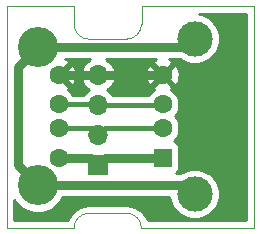
<source format=gbr>
G04 #@! TF.GenerationSoftware,KiCad,Pcbnew,(5.1.5)-3*
G04 #@! TF.CreationDate,2023-08-31T22:46:46+02:00*
G04 #@! TF.ProjectId,usb-trace-adapter,7573622d-7472-4616-9365-2d6164617074,A*
G04 #@! TF.SameCoordinates,PX57b03e0PY53d00e0*
G04 #@! TF.FileFunction,Copper,L1,Top*
G04 #@! TF.FilePolarity,Positive*
%FSLAX46Y46*%
G04 Gerber Fmt 4.6, Leading zero omitted, Abs format (unit mm)*
G04 Created by KiCad (PCBNEW (5.1.5)-3) date 2023-08-31 22:46:46*
%MOMM*%
%LPD*%
G04 APERTURE LIST*
%ADD10C,0.050000*%
%ADD11C,1.600000*%
%ADD12R,1.600000X1.600000*%
%ADD13C,3.000000*%
%ADD14O,1.700000X1.700000*%
%ADD15R,1.700000X1.700000*%
%ADD16C,3.400000*%
%ADD17C,0.762000*%
%ADD18C,0.406400*%
%ADD19C,0.254000*%
G04 APERTURE END LIST*
D10*
X11430000Y0D02*
X20955000Y0D01*
X6985000Y1270000D02*
X10160000Y1270000D01*
X10160000Y1270000D02*
G75*
G02X11430000Y0I0J-1270000D01*
G01*
X5715000Y0D02*
G75*
G02X6985000Y1270000I1270000J0D01*
G01*
X11430000Y18796000D02*
X20955000Y18796000D01*
X11430000Y17272000D02*
X11430000Y18796000D01*
X5715000Y17272000D02*
X5715000Y18796000D01*
X10160000Y16002000D02*
X6985000Y16002000D01*
X11430000Y17272000D02*
G75*
G02X10160000Y16002000I-1270000J0D01*
G01*
X6985000Y16002000D02*
G75*
G02X5715000Y17272000I0J1270000D01*
G01*
X0Y18796000D02*
X0Y0D01*
X5715000Y18796000D02*
X0Y18796000D01*
X20955000Y0D02*
X20955000Y18796000D01*
X0Y0D02*
X5715000Y0D01*
D11*
X13208000Y12969000D03*
X13208000Y10469000D03*
X13208000Y8469000D03*
D12*
X13208000Y5969000D03*
D13*
X15918000Y2899000D03*
X15918000Y16039000D03*
D14*
X7747000Y12969000D03*
X7747000Y10429000D03*
X7747000Y7889000D03*
D15*
X7747000Y5349000D03*
D16*
X2656000Y15319000D03*
X2656000Y3619000D03*
D11*
X4456000Y12969000D03*
X4456000Y10469000D03*
X4456000Y8469000D03*
X4456000Y5969000D03*
D17*
X15198000Y15319000D02*
X15918000Y16039000D01*
X2656000Y15319000D02*
X15198000Y15319000D01*
X15198000Y3619000D02*
X15918000Y2899000D01*
X2656000Y3619000D02*
X15198000Y3619000D01*
X956001Y5318999D02*
X2656000Y3619000D01*
X956001Y13619001D02*
X956001Y5318999D01*
X2656000Y15319000D02*
X956001Y13619001D01*
X4456000Y12969000D02*
X7747000Y12969000D01*
X7747000Y12969000D02*
X13208000Y12969000D01*
X7127000Y5969000D02*
X7747000Y5349000D01*
X4456000Y5969000D02*
X7127000Y5969000D01*
X8367000Y5969000D02*
X7747000Y5349000D01*
X13208000Y5969000D02*
X8367000Y5969000D01*
D18*
X7707000Y10469000D02*
X7747000Y10429000D01*
X4456000Y10469000D02*
X7707000Y10469000D01*
X13168000Y10429000D02*
X13208000Y10469000D01*
X7747000Y10429000D02*
X13168000Y10429000D01*
X7167000Y8469000D02*
X7747000Y7889000D01*
X4456000Y8469000D02*
X7167000Y8469000D01*
X8327000Y8469000D02*
X7747000Y7889000D01*
X13208000Y8469000D02*
X8327000Y8469000D01*
D19*
G36*
X20295000Y660000D02*
G01*
X11969704Y660000D01*
X11961249Y687314D01*
X11938074Y742445D01*
X11915661Y797920D01*
X11911334Y806056D01*
X11793446Y1024086D01*
X11760012Y1073654D01*
X11727240Y1123735D01*
X11721416Y1130876D01*
X11563423Y1321856D01*
X11520988Y1363995D01*
X11479125Y1406745D01*
X11472024Y1412619D01*
X11279946Y1569273D01*
X11230169Y1602345D01*
X11180763Y1636174D01*
X11172657Y1640556D01*
X10953809Y1756919D01*
X10898532Y1779702D01*
X10843525Y1803279D01*
X10834722Y1806003D01*
X10597441Y1877643D01*
X10538754Y1889264D01*
X10480248Y1901700D01*
X10471085Y1902663D01*
X10471083Y1902663D01*
X10224405Y1926850D01*
X10224402Y1926850D01*
X10192419Y1930000D01*
X6952581Y1930000D01*
X6924135Y1927198D01*
X6916318Y1927253D01*
X6907147Y1926354D01*
X6660644Y1900446D01*
X6602028Y1888414D01*
X6543284Y1877208D01*
X6534462Y1874544D01*
X6297686Y1801249D01*
X6242555Y1778074D01*
X6187080Y1755661D01*
X6178944Y1751334D01*
X5960914Y1633446D01*
X5911346Y1600012D01*
X5861265Y1567240D01*
X5854124Y1561416D01*
X5663144Y1403423D01*
X5621005Y1360988D01*
X5578255Y1319125D01*
X5572381Y1312024D01*
X5415727Y1119946D01*
X5382655Y1070169D01*
X5348826Y1020763D01*
X5344444Y1012657D01*
X5228081Y793809D01*
X5205298Y738532D01*
X5181721Y683525D01*
X5178997Y674722D01*
X5174552Y660000D01*
X660000Y660000D01*
X660000Y2403336D01*
X842287Y2130524D01*
X1167524Y1805287D01*
X1549963Y1549750D01*
X1974906Y1373733D01*
X2426023Y1284000D01*
X2885977Y1284000D01*
X3337094Y1373733D01*
X3762037Y1549750D01*
X4144476Y1805287D01*
X4469713Y2130524D01*
X4725250Y2512963D01*
X4762545Y2603000D01*
X13800051Y2603000D01*
X13865047Y2276244D01*
X14025988Y1887698D01*
X14259637Y1538017D01*
X14557017Y1240637D01*
X14906698Y1006988D01*
X15295244Y846047D01*
X15707721Y764000D01*
X16128279Y764000D01*
X16540756Y846047D01*
X16929302Y1006988D01*
X17278983Y1240637D01*
X17576363Y1538017D01*
X17810012Y1887698D01*
X17970953Y2276244D01*
X18053000Y2688721D01*
X18053000Y3109279D01*
X17970953Y3521756D01*
X17810012Y3910302D01*
X17576363Y4259983D01*
X17278983Y4557363D01*
X16929302Y4791012D01*
X16540756Y4951953D01*
X16128279Y5034000D01*
X15707721Y5034000D01*
X15295244Y4951953D01*
X14906698Y4791012D01*
X14673209Y4635000D01*
X14356015Y4635000D01*
X14362494Y4638463D01*
X14459185Y4717815D01*
X14538537Y4814506D01*
X14597502Y4924820D01*
X14633812Y5044518D01*
X14646072Y5169000D01*
X14646072Y6769000D01*
X14633812Y6893482D01*
X14597502Y7013180D01*
X14538537Y7123494D01*
X14459185Y7220185D01*
X14362494Y7299537D01*
X14252180Y7358502D01*
X14156057Y7387661D01*
X14322637Y7554241D01*
X14479680Y7789273D01*
X14587853Y8050426D01*
X14643000Y8327665D01*
X14643000Y8610335D01*
X14587853Y8887574D01*
X14479680Y9148727D01*
X14322637Y9383759D01*
X14237396Y9469000D01*
X14322637Y9554241D01*
X14479680Y9789273D01*
X14587853Y10050426D01*
X14643000Y10327665D01*
X14643000Y10610335D01*
X14587853Y10887574D01*
X14479680Y11148727D01*
X14322637Y11383759D01*
X14122759Y11583637D01*
X13922131Y11717692D01*
X13949514Y11732329D01*
X14021097Y11976298D01*
X13208000Y12789395D01*
X12394903Y11976298D01*
X12466486Y11732329D01*
X12495341Y11718676D01*
X12293241Y11583637D01*
X12093363Y11383759D01*
X12015481Y11267200D01*
X8972927Y11267200D01*
X8900475Y11375632D01*
X8693632Y11582475D01*
X8511466Y11704195D01*
X8628355Y11773822D01*
X8844588Y11968731D01*
X9018641Y12202080D01*
X9143825Y12464901D01*
X9188476Y12612110D01*
X9067155Y12842000D01*
X7874000Y12842000D01*
X7874000Y12822000D01*
X7620000Y12822000D01*
X7620000Y12842000D01*
X6426845Y12842000D01*
X6305524Y12612110D01*
X6350175Y12464901D01*
X6475359Y12202080D01*
X6649412Y11968731D01*
X6865645Y11773822D01*
X6982534Y11704195D01*
X6800368Y11582475D01*
X6593525Y11375632D01*
X6547800Y11307200D01*
X5621792Y11307200D01*
X5570637Y11383759D01*
X5370759Y11583637D01*
X5170131Y11717692D01*
X5197514Y11732329D01*
X5269097Y11976298D01*
X4456000Y12789395D01*
X4441858Y12775252D01*
X4262253Y12954857D01*
X4276395Y12969000D01*
X4635605Y12969000D01*
X5448702Y12155903D01*
X5692671Y12227486D01*
X5813571Y12482996D01*
X5882300Y12757184D01*
X5889265Y12898488D01*
X11767783Y12898488D01*
X11809213Y12618870D01*
X11904397Y12352708D01*
X11971329Y12227486D01*
X12215298Y12155903D01*
X13028395Y12969000D01*
X13387605Y12969000D01*
X14200702Y12155903D01*
X14444671Y12227486D01*
X14565571Y12482996D01*
X14634300Y12757184D01*
X14648217Y13039512D01*
X14606787Y13319130D01*
X14511603Y13585292D01*
X14444671Y13710514D01*
X14200702Y13782097D01*
X13387605Y12969000D01*
X13028395Y12969000D01*
X12215298Y13782097D01*
X11971329Y13710514D01*
X11850429Y13455004D01*
X11781700Y13180816D01*
X11767783Y12898488D01*
X5889265Y12898488D01*
X5896217Y13039512D01*
X5854787Y13319130D01*
X5759603Y13585292D01*
X5692671Y13710514D01*
X5448702Y13782097D01*
X4635605Y12969000D01*
X4276395Y12969000D01*
X4262253Y12983142D01*
X4441858Y13162747D01*
X4456000Y13148605D01*
X5269097Y13961702D01*
X5197514Y14205671D01*
X4991819Y14303000D01*
X7098697Y14303000D01*
X6865645Y14164178D01*
X6649412Y13969269D01*
X6475359Y13735920D01*
X6350175Y13473099D01*
X6305524Y13325890D01*
X6426845Y13096000D01*
X7620000Y13096000D01*
X7620000Y13116000D01*
X7874000Y13116000D01*
X7874000Y13096000D01*
X9067155Y13096000D01*
X9188476Y13325890D01*
X9143825Y13473099D01*
X9018641Y13735920D01*
X8844588Y13969269D01*
X8628355Y14164178D01*
X8395303Y14303000D01*
X12676707Y14303000D01*
X12591708Y14272603D01*
X12466486Y14205671D01*
X12394903Y13961702D01*
X13208000Y13148605D01*
X14021097Y13961702D01*
X13949514Y14205671D01*
X13743819Y14303000D01*
X14673209Y14303000D01*
X14906698Y14146988D01*
X15295244Y13986047D01*
X15707721Y13904000D01*
X16128279Y13904000D01*
X16540756Y13986047D01*
X16929302Y14146988D01*
X17278983Y14380637D01*
X17576363Y14678017D01*
X17810012Y15027698D01*
X17970953Y15416244D01*
X18053000Y15828721D01*
X18053000Y16249279D01*
X17970953Y16661756D01*
X17810012Y17050302D01*
X17576363Y17399983D01*
X17278983Y17697363D01*
X16929302Y17931012D01*
X16540756Y18091953D01*
X16319317Y18136000D01*
X20295001Y18136000D01*
X20295000Y660000D01*
G37*
X20295000Y660000D02*
X11969704Y660000D01*
X11961249Y687314D01*
X11938074Y742445D01*
X11915661Y797920D01*
X11911334Y806056D01*
X11793446Y1024086D01*
X11760012Y1073654D01*
X11727240Y1123735D01*
X11721416Y1130876D01*
X11563423Y1321856D01*
X11520988Y1363995D01*
X11479125Y1406745D01*
X11472024Y1412619D01*
X11279946Y1569273D01*
X11230169Y1602345D01*
X11180763Y1636174D01*
X11172657Y1640556D01*
X10953809Y1756919D01*
X10898532Y1779702D01*
X10843525Y1803279D01*
X10834722Y1806003D01*
X10597441Y1877643D01*
X10538754Y1889264D01*
X10480248Y1901700D01*
X10471085Y1902663D01*
X10471083Y1902663D01*
X10224405Y1926850D01*
X10224402Y1926850D01*
X10192419Y1930000D01*
X6952581Y1930000D01*
X6924135Y1927198D01*
X6916318Y1927253D01*
X6907147Y1926354D01*
X6660644Y1900446D01*
X6602028Y1888414D01*
X6543284Y1877208D01*
X6534462Y1874544D01*
X6297686Y1801249D01*
X6242555Y1778074D01*
X6187080Y1755661D01*
X6178944Y1751334D01*
X5960914Y1633446D01*
X5911346Y1600012D01*
X5861265Y1567240D01*
X5854124Y1561416D01*
X5663144Y1403423D01*
X5621005Y1360988D01*
X5578255Y1319125D01*
X5572381Y1312024D01*
X5415727Y1119946D01*
X5382655Y1070169D01*
X5348826Y1020763D01*
X5344444Y1012657D01*
X5228081Y793809D01*
X5205298Y738532D01*
X5181721Y683525D01*
X5178997Y674722D01*
X5174552Y660000D01*
X660000Y660000D01*
X660000Y2403336D01*
X842287Y2130524D01*
X1167524Y1805287D01*
X1549963Y1549750D01*
X1974906Y1373733D01*
X2426023Y1284000D01*
X2885977Y1284000D01*
X3337094Y1373733D01*
X3762037Y1549750D01*
X4144476Y1805287D01*
X4469713Y2130524D01*
X4725250Y2512963D01*
X4762545Y2603000D01*
X13800051Y2603000D01*
X13865047Y2276244D01*
X14025988Y1887698D01*
X14259637Y1538017D01*
X14557017Y1240637D01*
X14906698Y1006988D01*
X15295244Y846047D01*
X15707721Y764000D01*
X16128279Y764000D01*
X16540756Y846047D01*
X16929302Y1006988D01*
X17278983Y1240637D01*
X17576363Y1538017D01*
X17810012Y1887698D01*
X17970953Y2276244D01*
X18053000Y2688721D01*
X18053000Y3109279D01*
X17970953Y3521756D01*
X17810012Y3910302D01*
X17576363Y4259983D01*
X17278983Y4557363D01*
X16929302Y4791012D01*
X16540756Y4951953D01*
X16128279Y5034000D01*
X15707721Y5034000D01*
X15295244Y4951953D01*
X14906698Y4791012D01*
X14673209Y4635000D01*
X14356015Y4635000D01*
X14362494Y4638463D01*
X14459185Y4717815D01*
X14538537Y4814506D01*
X14597502Y4924820D01*
X14633812Y5044518D01*
X14646072Y5169000D01*
X14646072Y6769000D01*
X14633812Y6893482D01*
X14597502Y7013180D01*
X14538537Y7123494D01*
X14459185Y7220185D01*
X14362494Y7299537D01*
X14252180Y7358502D01*
X14156057Y7387661D01*
X14322637Y7554241D01*
X14479680Y7789273D01*
X14587853Y8050426D01*
X14643000Y8327665D01*
X14643000Y8610335D01*
X14587853Y8887574D01*
X14479680Y9148727D01*
X14322637Y9383759D01*
X14237396Y9469000D01*
X14322637Y9554241D01*
X14479680Y9789273D01*
X14587853Y10050426D01*
X14643000Y10327665D01*
X14643000Y10610335D01*
X14587853Y10887574D01*
X14479680Y11148727D01*
X14322637Y11383759D01*
X14122759Y11583637D01*
X13922131Y11717692D01*
X13949514Y11732329D01*
X14021097Y11976298D01*
X13208000Y12789395D01*
X12394903Y11976298D01*
X12466486Y11732329D01*
X12495341Y11718676D01*
X12293241Y11583637D01*
X12093363Y11383759D01*
X12015481Y11267200D01*
X8972927Y11267200D01*
X8900475Y11375632D01*
X8693632Y11582475D01*
X8511466Y11704195D01*
X8628355Y11773822D01*
X8844588Y11968731D01*
X9018641Y12202080D01*
X9143825Y12464901D01*
X9188476Y12612110D01*
X9067155Y12842000D01*
X7874000Y12842000D01*
X7874000Y12822000D01*
X7620000Y12822000D01*
X7620000Y12842000D01*
X6426845Y12842000D01*
X6305524Y12612110D01*
X6350175Y12464901D01*
X6475359Y12202080D01*
X6649412Y11968731D01*
X6865645Y11773822D01*
X6982534Y11704195D01*
X6800368Y11582475D01*
X6593525Y11375632D01*
X6547800Y11307200D01*
X5621792Y11307200D01*
X5570637Y11383759D01*
X5370759Y11583637D01*
X5170131Y11717692D01*
X5197514Y11732329D01*
X5269097Y11976298D01*
X4456000Y12789395D01*
X4441858Y12775252D01*
X4262253Y12954857D01*
X4276395Y12969000D01*
X4635605Y12969000D01*
X5448702Y12155903D01*
X5692671Y12227486D01*
X5813571Y12482996D01*
X5882300Y12757184D01*
X5889265Y12898488D01*
X11767783Y12898488D01*
X11809213Y12618870D01*
X11904397Y12352708D01*
X11971329Y12227486D01*
X12215298Y12155903D01*
X13028395Y12969000D01*
X13387605Y12969000D01*
X14200702Y12155903D01*
X14444671Y12227486D01*
X14565571Y12482996D01*
X14634300Y12757184D01*
X14648217Y13039512D01*
X14606787Y13319130D01*
X14511603Y13585292D01*
X14444671Y13710514D01*
X14200702Y13782097D01*
X13387605Y12969000D01*
X13028395Y12969000D01*
X12215298Y13782097D01*
X11971329Y13710514D01*
X11850429Y13455004D01*
X11781700Y13180816D01*
X11767783Y12898488D01*
X5889265Y12898488D01*
X5896217Y13039512D01*
X5854787Y13319130D01*
X5759603Y13585292D01*
X5692671Y13710514D01*
X5448702Y13782097D01*
X4635605Y12969000D01*
X4276395Y12969000D01*
X4262253Y12983142D01*
X4441858Y13162747D01*
X4456000Y13148605D01*
X5269097Y13961702D01*
X5197514Y14205671D01*
X4991819Y14303000D01*
X7098697Y14303000D01*
X6865645Y14164178D01*
X6649412Y13969269D01*
X6475359Y13735920D01*
X6350175Y13473099D01*
X6305524Y13325890D01*
X6426845Y13096000D01*
X7620000Y13096000D01*
X7620000Y13116000D01*
X7874000Y13116000D01*
X7874000Y13096000D01*
X9067155Y13096000D01*
X9188476Y13325890D01*
X9143825Y13473099D01*
X9018641Y13735920D01*
X8844588Y13969269D01*
X8628355Y14164178D01*
X8395303Y14303000D01*
X12676707Y14303000D01*
X12591708Y14272603D01*
X12466486Y14205671D01*
X12394903Y13961702D01*
X13208000Y13148605D01*
X14021097Y13961702D01*
X13949514Y14205671D01*
X13743819Y14303000D01*
X14673209Y14303000D01*
X14906698Y14146988D01*
X15295244Y13986047D01*
X15707721Y13904000D01*
X16128279Y13904000D01*
X16540756Y13986047D01*
X16929302Y14146988D01*
X17278983Y14380637D01*
X17576363Y14678017D01*
X17810012Y15027698D01*
X17970953Y15416244D01*
X18053000Y15828721D01*
X18053000Y16249279D01*
X17970953Y16661756D01*
X17810012Y17050302D01*
X17576363Y17399983D01*
X17278983Y17697363D01*
X16929302Y17931012D01*
X16540756Y18091953D01*
X16319317Y18136000D01*
X20295001Y18136000D01*
X20295000Y660000D01*
M02*

</source>
